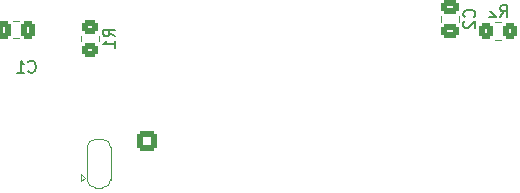
<source format=gbo>
G04 #@! TF.GenerationSoftware,KiCad,Pcbnew,7.0.1*
G04 #@! TF.CreationDate,2023-06-05T16:12:44-05:00*
G04 #@! TF.ProjectId,Pico Breakout Board,5069636f-2042-4726-9561-6b6f75742042,rev?*
G04 #@! TF.SameCoordinates,Original*
G04 #@! TF.FileFunction,Legend,Bot*
G04 #@! TF.FilePolarity,Positive*
%FSLAX46Y46*%
G04 Gerber Fmt 4.6, Leading zero omitted, Abs format (unit mm)*
G04 Created by KiCad (PCBNEW 7.0.1) date 2023-06-05 16:12:44*
%MOMM*%
%LPD*%
G01*
G04 APERTURE LIST*
G04 Aperture macros list*
%AMRoundRect*
0 Rectangle with rounded corners*
0 $1 Rounding radius*
0 $2 $3 $4 $5 $6 $7 $8 $9 X,Y pos of 4 corners*
0 Add a 4 corners polygon primitive as box body*
4,1,4,$2,$3,$4,$5,$6,$7,$8,$9,$2,$3,0*
0 Add four circle primitives for the rounded corners*
1,1,$1+$1,$2,$3*
1,1,$1+$1,$4,$5*
1,1,$1+$1,$6,$7*
1,1,$1+$1,$8,$9*
0 Add four rect primitives between the rounded corners*
20,1,$1+$1,$2,$3,$4,$5,0*
20,1,$1+$1,$4,$5,$6,$7,0*
20,1,$1+$1,$6,$7,$8,$9,0*
20,1,$1+$1,$8,$9,$2,$3,0*%
%AMFreePoly0*
4,1,19,0.550000,-0.750000,0.000000,-0.750000,0.000000,-0.744911,-0.071157,-0.744911,-0.207708,-0.704816,-0.327430,-0.627875,-0.420627,-0.520320,-0.479746,-0.390866,-0.500000,-0.250000,-0.500000,0.250000,-0.479746,0.390866,-0.420627,0.520320,-0.327430,0.627875,-0.207708,0.704816,-0.071157,0.744911,0.000000,0.744911,0.000000,0.750000,0.550000,0.750000,0.550000,-0.750000,0.550000,-0.750000,
$1*%
%AMFreePoly1*
4,1,19,0.000000,0.744911,0.071157,0.744911,0.207708,0.704816,0.327430,0.627875,0.420627,0.520320,0.479746,0.390866,0.500000,0.250000,0.500000,-0.250000,0.479746,-0.390866,0.420627,-0.520320,0.327430,-0.627875,0.207708,-0.704816,0.071157,-0.744911,0.000000,-0.744911,0.000000,-0.750000,-0.550000,-0.750000,-0.550000,0.750000,0.000000,0.750000,0.000000,0.744911,0.000000,0.744911,
$1*%
G04 Aperture macros list end*
%ADD10C,0.150000*%
%ADD11C,0.120000*%
%ADD12O,1.740000X2.190000*%
%ADD13RoundRect,0.250000X-0.620000X-0.845000X0.620000X-0.845000X0.620000X0.845000X-0.620000X0.845000X0*%
%ADD14RoundRect,0.250000X0.620000X0.845000X-0.620000X0.845000X-0.620000X-0.845000X0.620000X-0.845000X0*%
%ADD15C,1.700000*%
%ADD16RoundRect,0.250000X0.600000X-0.600000X0.600000X0.600000X-0.600000X0.600000X-0.600000X-0.600000X0*%
%ADD17O,1.700000X1.700000*%
%ADD18R,1.700000X1.700000*%
%ADD19O,1.800000X1.800000*%
%ADD20O,1.500000X1.500000*%
%ADD21FreePoly0,90.000000*%
%ADD22R,1.500000X1.000000*%
%ADD23FreePoly1,90.000000*%
%ADD24C,3.000000*%
%ADD25RoundRect,0.250000X0.350000X0.450000X-0.350000X0.450000X-0.350000X-0.450000X0.350000X-0.450000X0*%
%ADD26RoundRect,0.250000X0.450000X-0.350000X0.450000X0.350000X-0.450000X0.350000X-0.450000X-0.350000X0*%
%ADD27RoundRect,0.250000X-0.845000X0.620000X-0.845000X-0.620000X0.845000X-0.620000X0.845000X0.620000X0*%
%ADD28O,2.190000X1.740000*%
%ADD29RoundRect,0.250000X0.845000X-0.620000X0.845000X0.620000X-0.845000X0.620000X-0.845000X-0.620000X0*%
%ADD30C,4.000000*%
%ADD31R,4.000000X4.000000*%
%ADD32O,2.200000X2.200000*%
%ADD33R,2.200000X2.200000*%
%ADD34RoundRect,0.250000X0.475000X-0.337500X0.475000X0.337500X-0.475000X0.337500X-0.475000X-0.337500X0*%
%ADD35RoundRect,0.250000X-0.337500X-0.475000X0.337500X-0.475000X0.337500X0.475000X-0.337500X0.475000X0*%
%ADD36R,2.000000X2.000000*%
%ADD37C,2.000000*%
G04 APERTURE END LIST*
D10*
X155503666Y-116414619D02*
X155836999Y-115938428D01*
X156075094Y-116414619D02*
X156075094Y-115414619D01*
X156075094Y-115414619D02*
X155694142Y-115414619D01*
X155694142Y-115414619D02*
X155598904Y-115462238D01*
X155598904Y-115462238D02*
X155551285Y-115509857D01*
X155551285Y-115509857D02*
X155503666Y-115605095D01*
X155503666Y-115605095D02*
X155503666Y-115747952D01*
X155503666Y-115747952D02*
X155551285Y-115843190D01*
X155551285Y-115843190D02*
X155598904Y-115890809D01*
X155598904Y-115890809D02*
X155694142Y-115938428D01*
X155694142Y-115938428D02*
X156075094Y-115938428D01*
X155122713Y-115509857D02*
X155075094Y-115462238D01*
X155075094Y-115462238D02*
X154979856Y-115414619D01*
X154979856Y-115414619D02*
X154741761Y-115414619D01*
X154741761Y-115414619D02*
X154646523Y-115462238D01*
X154646523Y-115462238D02*
X154598904Y-115509857D01*
X154598904Y-115509857D02*
X154551285Y-115605095D01*
X154551285Y-115605095D02*
X154551285Y-115700333D01*
X154551285Y-115700333D02*
X154598904Y-115843190D01*
X154598904Y-115843190D02*
X155170332Y-116414619D01*
X155170332Y-116414619D02*
X154551285Y-116414619D01*
X122889619Y-118054333D02*
X122413428Y-117721000D01*
X122889619Y-117482905D02*
X121889619Y-117482905D01*
X121889619Y-117482905D02*
X121889619Y-117863857D01*
X121889619Y-117863857D02*
X121937238Y-117959095D01*
X121937238Y-117959095D02*
X121984857Y-118006714D01*
X121984857Y-118006714D02*
X122080095Y-118054333D01*
X122080095Y-118054333D02*
X122222952Y-118054333D01*
X122222952Y-118054333D02*
X122318190Y-118006714D01*
X122318190Y-118006714D02*
X122365809Y-117959095D01*
X122365809Y-117959095D02*
X122413428Y-117863857D01*
X122413428Y-117863857D02*
X122413428Y-117482905D01*
X122889619Y-119006714D02*
X122889619Y-118435286D01*
X122889619Y-118721000D02*
X121889619Y-118721000D01*
X121889619Y-118721000D02*
X122032476Y-118625762D01*
X122032476Y-118625762D02*
X122127714Y-118530524D01*
X122127714Y-118530524D02*
X122175333Y-118435286D01*
X153304380Y-116397833D02*
X153352000Y-116350214D01*
X153352000Y-116350214D02*
X153399619Y-116207357D01*
X153399619Y-116207357D02*
X153399619Y-116112119D01*
X153399619Y-116112119D02*
X153352000Y-115969262D01*
X153352000Y-115969262D02*
X153256761Y-115874024D01*
X153256761Y-115874024D02*
X153161523Y-115826405D01*
X153161523Y-115826405D02*
X152971047Y-115778786D01*
X152971047Y-115778786D02*
X152828190Y-115778786D01*
X152828190Y-115778786D02*
X152637714Y-115826405D01*
X152637714Y-115826405D02*
X152542476Y-115874024D01*
X152542476Y-115874024D02*
X152447238Y-115969262D01*
X152447238Y-115969262D02*
X152399619Y-116112119D01*
X152399619Y-116112119D02*
X152399619Y-116207357D01*
X152399619Y-116207357D02*
X152447238Y-116350214D01*
X152447238Y-116350214D02*
X152494857Y-116397833D01*
X152494857Y-116778786D02*
X152447238Y-116826405D01*
X152447238Y-116826405D02*
X152399619Y-116921643D01*
X152399619Y-116921643D02*
X152399619Y-117159738D01*
X152399619Y-117159738D02*
X152447238Y-117254976D01*
X152447238Y-117254976D02*
X152494857Y-117302595D01*
X152494857Y-117302595D02*
X152590095Y-117350214D01*
X152590095Y-117350214D02*
X152685333Y-117350214D01*
X152685333Y-117350214D02*
X152828190Y-117302595D01*
X152828190Y-117302595D02*
X153399619Y-116731167D01*
X153399619Y-116731167D02*
X153399619Y-117350214D01*
X115566666Y-121017380D02*
X115614285Y-121065000D01*
X115614285Y-121065000D02*
X115757142Y-121112619D01*
X115757142Y-121112619D02*
X115852380Y-121112619D01*
X115852380Y-121112619D02*
X115995237Y-121065000D01*
X115995237Y-121065000D02*
X116090475Y-120969761D01*
X116090475Y-120969761D02*
X116138094Y-120874523D01*
X116138094Y-120874523D02*
X116185713Y-120684047D01*
X116185713Y-120684047D02*
X116185713Y-120541190D01*
X116185713Y-120541190D02*
X116138094Y-120350714D01*
X116138094Y-120350714D02*
X116090475Y-120255476D01*
X116090475Y-120255476D02*
X115995237Y-120160238D01*
X115995237Y-120160238D02*
X115852380Y-120112619D01*
X115852380Y-120112619D02*
X115757142Y-120112619D01*
X115757142Y-120112619D02*
X115614285Y-120160238D01*
X115614285Y-120160238D02*
X115566666Y-120207857D01*
X114614285Y-121112619D02*
X115185713Y-121112619D01*
X114899999Y-121112619D02*
X114899999Y-120112619D01*
X114899999Y-120112619D02*
X114995237Y-120255476D01*
X114995237Y-120255476D02*
X115090475Y-120350714D01*
X115090475Y-120350714D02*
X115185713Y-120398333D01*
D11*
X120339000Y-130008000D02*
X120039000Y-129708000D01*
X120039000Y-130308000D02*
X120039000Y-129708000D01*
X121839000Y-126758000D02*
X121239000Y-126758000D01*
X122539000Y-130208000D02*
X122539000Y-127408000D01*
X121239000Y-130858000D02*
X121839000Y-130858000D01*
X120539000Y-127408000D02*
X120539000Y-130208000D01*
X120339000Y-130008000D02*
X120039000Y-130308000D01*
X121839000Y-130858000D02*
G75*
G03*
X122539000Y-130158000I1J699999D01*
G01*
X120539000Y-130158000D02*
G75*
G03*
X121239000Y-130858000I699999J-1D01*
G01*
X121239000Y-126758000D02*
G75*
G03*
X120539000Y-127458000I0J-700000D01*
G01*
X122539000Y-127458000D02*
G75*
G03*
X121839000Y-126758000I-700000J0D01*
G01*
X155564064Y-118337000D02*
X155109936Y-118337000D01*
X155564064Y-116867000D02*
X155109936Y-116867000D01*
X120042000Y-118448064D02*
X120042000Y-117993936D01*
X121512000Y-118448064D02*
X121512000Y-117993936D01*
X151992000Y-116825752D02*
X151992000Y-116303248D01*
X150522000Y-116825752D02*
X150522000Y-116303248D01*
X114271248Y-116740000D02*
X114793752Y-116740000D01*
X114271248Y-118210000D02*
X114793752Y-118210000D01*
%LPC*%
D12*
X145796000Y-138430000D03*
X143256000Y-138430000D03*
X140716000Y-138430000D03*
D13*
X138176000Y-138430000D03*
D14*
X135636000Y-138430000D03*
D12*
X133096000Y-138430000D03*
X130556000Y-138430000D03*
X128016000Y-138430000D03*
D14*
X125476000Y-138430000D03*
D12*
X122936000Y-138430000D03*
D15*
X125603000Y-124333000D03*
X128143000Y-124333000D03*
X130683000Y-124333000D03*
X133223000Y-124333000D03*
X135763000Y-124333000D03*
X138303000Y-124333000D03*
X140843000Y-124333000D03*
X143383000Y-124333000D03*
X143383000Y-126873000D03*
X140843000Y-126873000D03*
X138303000Y-126873000D03*
X135763000Y-126873000D03*
X133223000Y-126873000D03*
X130683000Y-126873000D03*
X128143000Y-126873000D03*
D16*
X125603000Y-126873000D03*
D17*
X137185000Y-110455000D03*
D18*
X134645000Y-110455000D03*
D17*
X132105000Y-110455000D03*
X143535000Y-62425000D03*
X143535000Y-64965000D03*
D18*
X143535000Y-67505000D03*
D17*
X143535000Y-70045000D03*
X143535000Y-72585000D03*
X143535000Y-75125000D03*
X143535000Y-77665000D03*
D18*
X143535000Y-80205000D03*
D17*
X143535000Y-82745000D03*
X143535000Y-85285000D03*
X143535000Y-87825000D03*
X143535000Y-90365000D03*
D18*
X143535000Y-92905000D03*
D17*
X143535000Y-95445000D03*
X143535000Y-97985000D03*
X143535000Y-100525000D03*
X143535000Y-103065000D03*
D18*
X143535000Y-105605000D03*
D17*
X143535000Y-108145000D03*
X143535000Y-110685000D03*
X125755000Y-110685000D03*
X125755000Y-108145000D03*
D18*
X125755000Y-105605000D03*
D17*
X125755000Y-103065000D03*
X125755000Y-100525000D03*
X125755000Y-97985000D03*
X125755000Y-95445000D03*
D18*
X125755000Y-92905000D03*
D17*
X125755000Y-90365000D03*
X125755000Y-87825000D03*
X125755000Y-85285000D03*
X125755000Y-82745000D03*
D18*
X125755000Y-80205000D03*
D17*
X125755000Y-77665000D03*
X125755000Y-75125000D03*
X125755000Y-72585000D03*
X125755000Y-70045000D03*
D18*
X125755000Y-67505000D03*
D17*
X125755000Y-64965000D03*
X125755000Y-62425000D03*
D19*
X137370000Y-62555000D03*
D20*
X137070000Y-65585000D03*
X132220000Y-65585000D03*
D19*
X131920000Y-62555000D03*
D21*
X121539000Y-130108000D03*
D22*
X121539000Y-128808000D03*
D23*
X121539000Y-127508000D03*
D24*
X160782000Y-52578000D03*
X160782000Y-34798000D03*
X117602000Y-52578000D03*
X117602000Y-34798000D03*
D25*
X154337000Y-117602000D03*
X156337000Y-117602000D03*
D26*
X120777000Y-117221000D03*
X120777000Y-119221000D03*
D27*
X154452000Y-56642000D03*
D28*
X154452000Y-59182000D03*
X154452000Y-61722000D03*
X154452000Y-64262000D03*
X154452000Y-66802000D03*
X154452000Y-69342000D03*
D27*
X154452000Y-71882000D03*
D28*
X154452000Y-74422000D03*
D27*
X154452000Y-76962000D03*
D28*
X154452000Y-79502000D03*
X154452000Y-82042000D03*
X154452000Y-84582000D03*
D27*
X154452000Y-87122000D03*
D28*
X154452000Y-89662000D03*
D29*
X154452000Y-99822000D03*
D28*
X154452000Y-97282000D03*
X154452000Y-94742000D03*
X154452000Y-92202000D03*
D27*
X154452000Y-102362000D03*
D28*
X154452000Y-104902000D03*
X154452000Y-107442000D03*
X154452000Y-109982000D03*
D27*
X154452000Y-112522000D03*
D28*
X154452000Y-115062000D03*
D29*
X115316000Y-94615000D03*
D28*
X115316000Y-92075000D03*
X115316000Y-66675000D03*
D29*
X115316000Y-69215000D03*
D28*
X115316000Y-114935000D03*
X115316000Y-112395000D03*
X115316000Y-109855000D03*
D27*
X115316000Y-107315000D03*
D28*
X115316000Y-97155000D03*
X115316000Y-99695000D03*
X115316000Y-102235000D03*
D29*
X115316000Y-104775000D03*
D28*
X115316000Y-89535000D03*
X115316000Y-86995000D03*
X115316000Y-84455000D03*
D27*
X115316000Y-81915000D03*
D29*
X115316000Y-79375000D03*
D28*
X115316000Y-76835000D03*
X115316000Y-74295000D03*
X115316000Y-71755000D03*
D29*
X115316000Y-64135000D03*
D28*
X115316000Y-61595000D03*
X115316000Y-59055000D03*
X115316000Y-56515000D03*
D12*
X150499000Y-138630000D03*
X153039000Y-138630000D03*
D14*
X155579000Y-138630000D03*
X117729000Y-138283000D03*
D12*
X115189000Y-138283000D03*
X112649000Y-138283000D03*
D30*
X110617000Y-40894000D03*
D31*
X110617000Y-45974000D03*
D32*
X129667000Y-58547000D03*
D33*
X139827000Y-58547000D03*
D34*
X151257000Y-117602000D03*
X151257000Y-115527000D03*
D35*
X115570000Y-117475000D03*
X113495000Y-117475000D03*
D36*
X130820000Y-113919000D03*
D37*
X138420000Y-113919000D03*
M02*

</source>
